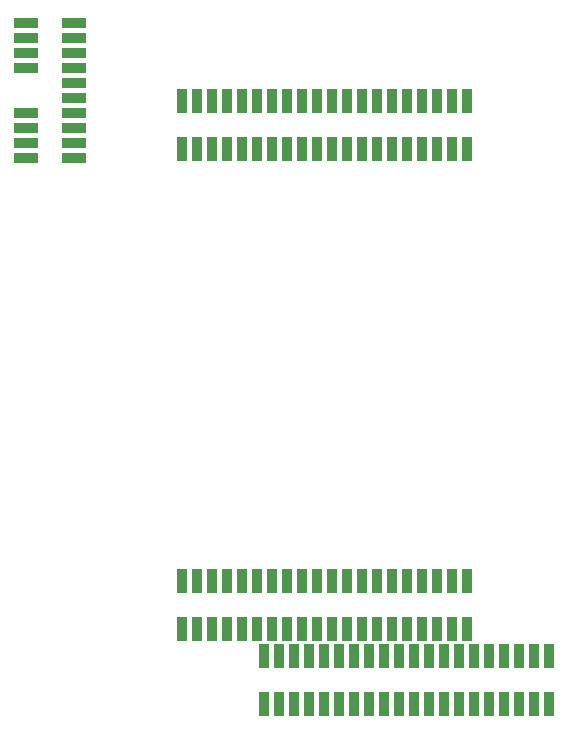
<source format=gbr>
%TF.GenerationSoftware,KiCad,Pcbnew,5.1.5+dfsg1-2build2*%
%TF.CreationDate,2020-06-30T13:18:29+03:00*%
%TF.ProjectId,Lime2-SHIELD_RevB,4c696d65-322d-4534-9849-454c445f5265,D*%
%TF.SameCoordinates,Original*%
%TF.FileFunction,Paste,Bot*%
%TF.FilePolarity,Positive*%
%FSLAX46Y46*%
G04 Gerber Fmt 4.6, Leading zero omitted, Abs format (unit mm)*
G04 Created by KiCad (PCBNEW 5.1.5+dfsg1-2build2) date 2020-06-30 13:18:29*
%MOMM*%
%LPD*%
G04 APERTURE LIST*
%ADD10R,2.054000X0.954000*%
%ADD11R,0.900000X2.000000*%
G04 APERTURE END LIST*
D10*
%TO.C,GPIO4*%
X114428000Y-42805000D03*
X118492000Y-42805000D03*
X114428000Y-44075000D03*
X118492000Y-44075000D03*
X114428000Y-45345000D03*
X118492000Y-45345000D03*
X114428000Y-46615000D03*
X118492000Y-46615000D03*
X118492000Y-47885000D03*
X118492000Y-49155000D03*
X114428000Y-50425000D03*
X118492000Y-50425000D03*
X114428000Y-51695000D03*
X118492000Y-51695000D03*
X114428000Y-52965000D03*
X118492000Y-52965000D03*
X114428000Y-54235000D03*
X118492000Y-54235000D03*
%TD*%
D11*
%TO.C,GPIO1*%
X139065000Y-53467000D03*
X139065000Y-49403000D03*
X137795000Y-53467000D03*
X137795000Y-49403000D03*
X136525000Y-53467000D03*
X136525000Y-49403000D03*
X135255000Y-53467000D03*
X135255000Y-49403000D03*
X133985000Y-53467000D03*
X133985000Y-49403000D03*
X132715000Y-53467000D03*
X132715000Y-49403000D03*
X131445000Y-53467000D03*
X131445000Y-49403000D03*
X130175000Y-53467000D03*
X130175000Y-49403000D03*
X128905000Y-53467000D03*
X128905000Y-49403000D03*
X127635000Y-53467000D03*
X127635000Y-49403000D03*
X140335000Y-49403000D03*
X140335000Y-53467000D03*
X141605000Y-49403000D03*
X141605000Y-53467000D03*
X142875000Y-49403000D03*
X142875000Y-53467000D03*
X144145000Y-49403000D03*
X144145000Y-53467000D03*
X145415000Y-49403000D03*
X145415000Y-53467000D03*
X146685000Y-49403000D03*
X146685000Y-53467000D03*
X147955000Y-49403000D03*
X147955000Y-53467000D03*
X149225000Y-49403000D03*
X149225000Y-53467000D03*
X150495000Y-49403000D03*
X150495000Y-53467000D03*
X151765000Y-49403000D03*
X151765000Y-53467000D03*
%TD*%
%TO.C,GPIO3*%
X146050000Y-100457000D03*
X146050000Y-96393000D03*
X144780000Y-100457000D03*
X144780000Y-96393000D03*
X143510000Y-100457000D03*
X143510000Y-96393000D03*
X142240000Y-100457000D03*
X142240000Y-96393000D03*
X140970000Y-100457000D03*
X140970000Y-96393000D03*
X139700000Y-100457000D03*
X139700000Y-96393000D03*
X138430000Y-100457000D03*
X138430000Y-96393000D03*
X137160000Y-100457000D03*
X137160000Y-96393000D03*
X135890000Y-100457000D03*
X135890000Y-96393000D03*
X134620000Y-100457000D03*
X134620000Y-96393000D03*
X147320000Y-96393000D03*
X147320000Y-100457000D03*
X148590000Y-96393000D03*
X148590000Y-100457000D03*
X149860000Y-96393000D03*
X149860000Y-100457000D03*
X151130000Y-96393000D03*
X151130000Y-100457000D03*
X152400000Y-96393000D03*
X152400000Y-100457000D03*
X153670000Y-96393000D03*
X153670000Y-100457000D03*
X154940000Y-96393000D03*
X154940000Y-100457000D03*
X156210000Y-96393000D03*
X156210000Y-100457000D03*
X157480000Y-96393000D03*
X157480000Y-100457000D03*
X158750000Y-96393000D03*
X158750000Y-100457000D03*
%TD*%
%TO.C,GPIO2*%
X139065000Y-94107000D03*
X139065000Y-90043000D03*
X137795000Y-94107000D03*
X137795000Y-90043000D03*
X136525000Y-94107000D03*
X136525000Y-90043000D03*
X135255000Y-94107000D03*
X135255000Y-90043000D03*
X133985000Y-94107000D03*
X133985000Y-90043000D03*
X132715000Y-94107000D03*
X132715000Y-90043000D03*
X131445000Y-94107000D03*
X131445000Y-90043000D03*
X130175000Y-94107000D03*
X130175000Y-90043000D03*
X128905000Y-94107000D03*
X128905000Y-90043000D03*
X127635000Y-94107000D03*
X127635000Y-90043000D03*
X140335000Y-90043000D03*
X140335000Y-94107000D03*
X141605000Y-90043000D03*
X141605000Y-94107000D03*
X142875000Y-90043000D03*
X142875000Y-94107000D03*
X144145000Y-90043000D03*
X144145000Y-94107000D03*
X145415000Y-90043000D03*
X145415000Y-94107000D03*
X146685000Y-90043000D03*
X146685000Y-94107000D03*
X147955000Y-90043000D03*
X147955000Y-94107000D03*
X149225000Y-90043000D03*
X149225000Y-94107000D03*
X150495000Y-90043000D03*
X150495000Y-94107000D03*
X151765000Y-90043000D03*
X151765000Y-94107000D03*
%TD*%
M02*

</source>
